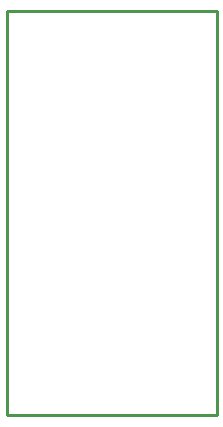
<source format=gm1>
G04 Layer_Color=16711935*
%FSLAX25Y25*%
%MOIN*%
G70*
G01*
G75*
%ADD13C,0.01000*%
D13*
X0Y0D02*
Y134732D01*
X-0Y134732D02*
X0Y134732D01*
X-0Y134732D02*
X70000D01*
X70000Y134732D01*
Y0D02*
Y134732D01*
Y0D02*
X70000Y0D01*
X0D02*
X70000D01*
M02*

</source>
